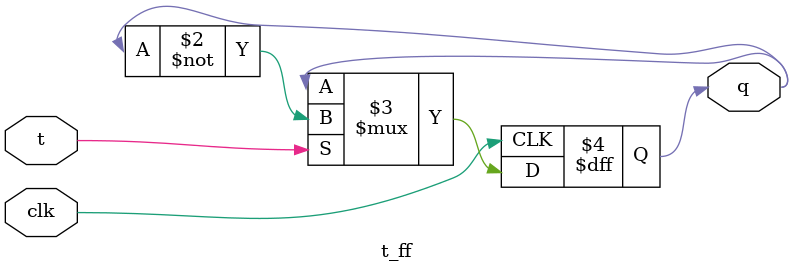
<source format=v>
module t_ff (
    input t, clk,
    output reg q
);
    always @(posedge clk) begin
    	q <= t ? ~q : q;
    end
endmodule

</source>
